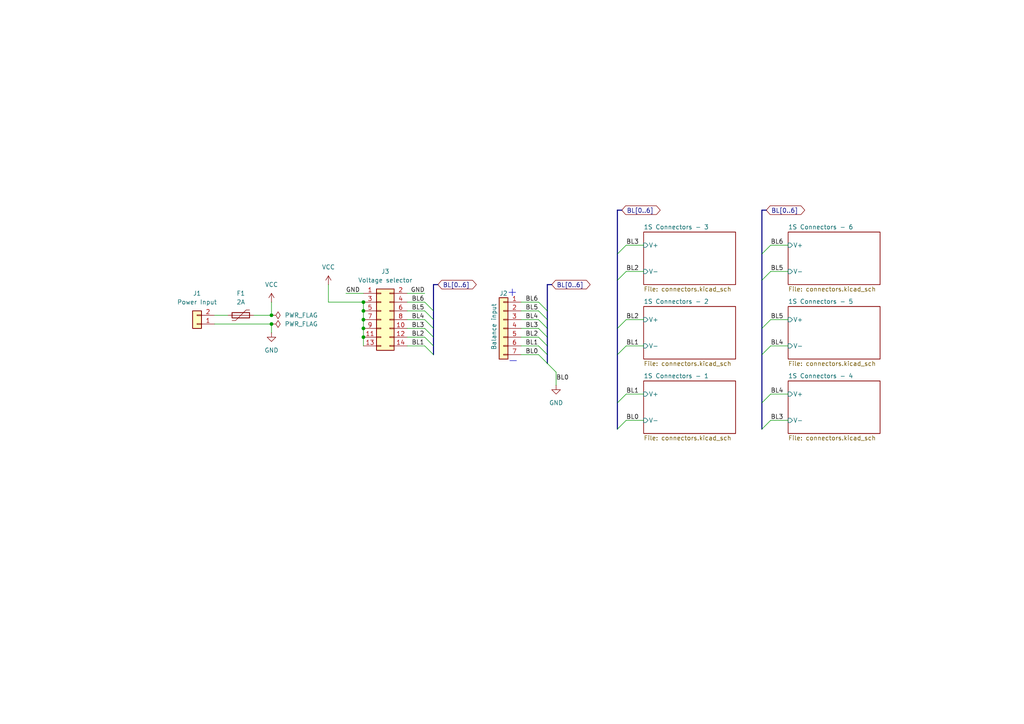
<source format=kicad_sch>
(kicad_sch (version 20250114) (generator "eeschema") (generator_version "9.0")
  (paper "A4")
  (lib_symbols
    (symbol "Connector_Generic:Conn_01x02" (pin_names (offset 1.016) (hide yes))
      (property "Reference" "J" (at 0 2.54 0))
      (property "Value" "Conn_01x02" (at 0 -5.08 0))
      (symbol "Conn_01x02_1_1"
        (rectangle (start -1.27 1.27) (end 1.27 -3.81) (stroke (width 0.254)) (fill (type background)))
        (rectangle (start -1.27 0.127) (end 0 -0.127) (stroke (width 0.1524)))
        (rectangle (start -1.27 -2.413) (end 0 -2.667) (stroke (width 0.1524)))
        (pin passive line (at -5.08 0 0) (length 3.81) (name "Pin_1") (number "1"))
        (pin passive line (at -5.08 -2.54 0) (length 3.81) (name "Pin_2") (number "2"))
      )
    )
    (symbol "Connector_Generic:Conn_01x07" (pin_names (offset 1.016) (hide yes))
      (property "Reference" "J" (at 0 10.16 0))
      (property "Value" "Conn_01x07" (at 0 -10.16 0))
      (symbol "Conn_01x07_1_1"
        (rectangle (start -1.27 8.89) (end 1.27 -8.89) (stroke (width 0.254)) (fill (type background)))
        (rectangle (start -1.27 7.747) (end 0 7.493) (stroke (width 0.1524)))
        (rectangle (start -1.27 5.207) (end 0 4.953) (stroke (width 0.1524)))
        (rectangle (start -1.27 2.667) (end 0 2.413) (stroke (width 0.1524)))
        (rectangle (start -1.27 0.127) (end 0 -0.127) (stroke (width 0.1524)))
        (rectangle (start -1.27 -2.413) (end 0 -2.667) (stroke (width 0.1524)))
        (rectangle (start -1.27 -4.953) (end 0 -5.207) (stroke (width 0.1524)))
        (rectangle (start -1.27 -7.493) (end 0 -7.747) (stroke (width 0.1524)))
        (pin passive line (at -5.08 7.62 0) (length 3.81) (name "Pin_1") (number "1"))
        (pin passive line (at -5.08 5.08 0) (length 3.81) (name "Pin_2") (number "2"))
        (pin passive line (at -5.08 2.54 0) (length 3.81) (name "Pin_3") (number "3"))
        (pin passive line (at -5.08 0 0) (length 3.81) (name "Pin_4") (number "4"))
        (pin passive line (at -5.08 -2.54 0) (length 3.81) (name "Pin_5") (number "5"))
        (pin passive line (at -5.08 -5.08 0) (length 3.81) (name "Pin_6") (number "6"))
        (pin passive line (at -5.08 -7.62 0) (length 3.81) (name "Pin_7") (number "7"))
      )
    )
    (symbol "Connector_Generic:Conn_02x07_Odd_Even" (pin_names (offset 1.016) (hide yes))
      (property "Reference" "J" (at 1.27 10.16 0))
      (property "Value" "Conn_02x07_Odd_Even" (at 1.27 -10.16 0))
      (symbol "Conn_02x07_Odd_Even_1_1"
        (rectangle (start -1.27 8.89) (end 3.81 -8.89) (stroke (width 0.254)) (fill (type background)))
        (rectangle (start -1.27 7.747) (end 0 7.493) (stroke (width 0.1524)))
        (rectangle (start -1.27 5.207) (end 0 4.953) (stroke (width 0.1524)))
        (rectangle (start -1.27 2.667) (end 0 2.413) (stroke (width 0.1524)))
        (rectangle (start -1.27 0.127) (end 0 -0.127) (stroke (width 0.1524)))
        (rectangle (start -1.27 -2.413) (end 0 -2.667) (stroke (width 0.1524)))
        (rectangle (start -1.27 -4.953) (end 0 -5.207) (stroke (width 0.1524)))
        (rectangle (start -1.27 -7.493) (end 0 -7.747) (stroke (width 0.1524)))
        (rectangle (start 3.81 7.747) (end 2.54 7.493) (stroke (width 0.1524)))
        (rectangle (start 3.81 5.207) (end 2.54 4.953) (stroke (width 0.1524)))
        (rectangle (start 3.81 2.667) (end 2.54 2.413) (stroke (width 0.1524)))
        (rectangle (start 3.81 0.127) (end 2.54 -0.127) (stroke (width 0.1524)))
        (rectangle (start 3.81 -2.413) (end 2.54 -2.667) (stroke (width 0.1524)))
        (rectangle (start 3.81 -4.953) (end 2.54 -5.207) (stroke (width 0.1524)))
        (rectangle (start 3.81 -7.493) (end 2.54 -7.747) (stroke (width 0.1524)))
        (pin passive line (at -5.08 7.62 0) (length 3.81) (name "Pin_1") (number "1"))
        (pin passive line (at -5.08 5.08 0) (length 3.81) (name "Pin_3") (number "3"))
        (pin passive line (at -5.08 2.54 0) (length 3.81) (name "Pin_5") (number "5"))
        (pin passive line (at -5.08 0 0) (length 3.81) (name "Pin_7") (number "7"))
        (pin passive line (at -5.08 -2.54 0) (length 3.81) (name "Pin_9") (number "9"))
        (pin passive line (at -5.08 -5.08 0) (length 3.81) (name "Pin_11") (number "11"))
        (pin passive line (at -5.08 -7.62 0) (length 3.81) (name "Pin_13") (number "13"))
        (pin passive line (at 7.62 7.62 180) (length 3.81) (name "Pin_2") (number "2"))
        (pin passive line (at 7.62 5.08 180) (length 3.81) (name "Pin_4") (number "4"))
        (pin passive line (at 7.62 2.54 180) (length 3.81) (name "Pin_6") (number "6"))
        (pin passive line (at 7.62 0 180) (length 3.81) (name "Pin_8") (number "8"))
        (pin passive line (at 7.62 -2.54 180) (length 3.81) (name "Pin_10") (number "10"))
        (pin passive line (at 7.62 -5.08 180) (length 3.81) (name "Pin_12") (number "12"))
        (pin passive line (at 7.62 -7.62 180) (length 3.81) (name "Pin_14") (number "14"))
      )
    )
    (symbol "Device:Polyfuse" (pin_numbers (hide yes)) (pin_names (offset 0))
      (property "Reference" "F" (at -2.54 0 90))
      (property "Value" "Polyfuse" (at 2.54 0 90))
      (symbol "Polyfuse_0_1"
        (polyline (pts (xy -1.524 2.54) (xy -1.524 1.524) (xy 1.524 -1.524) (xy 1.524 -2.54)))
        (rectangle (start -0.762 2.54) (end 0.762 -2.54) (stroke (width 0.254)))
        (polyline (pts (xy 0 2.54) (xy 0 -2.54)))
      )
      (symbol "Polyfuse_1_1"
        (pin passive line (at 0 3.81 270) (length 1.27) (name "~") (number "1"))
        (pin passive line (at 0 -3.81 90) (length 1.27) (name "~") (number "2"))
      )
    )
    (symbol "power:GND" (power) (pin_numbers (hide yes)) (pin_names (offset 0) (hide yes))
      (property "Value" "GND" (at 0 -3.81 0))
      (symbol "GND_0_1"
        (polyline (pts (xy 0 0) (xy 0 -1.27) (xy 1.27 -1.27) (xy 0 -2.54) (xy -1.27 -1.27) (xy 0 -1.27)))
      )
      (symbol "GND_1_1"
        (pin power_in line (at 0 0 270) (length 0) (name "~") (number "1"))
      )
    )
    (symbol "power:PWR_FLAG" (power) (pin_numbers (hide yes)) (pin_names (offset 0) (hide yes))
      (property "Value" "PWR_FLAG" (at 0 3.81 0))
      (symbol "PWR_FLAG_0_0"
        (pin power_out line (at 0 0 90) (length 0) (name "~") (number "1"))
      )
      (symbol "PWR_FLAG_0_1"
        (polyline (pts (xy 0 0) (xy 0 1.27) (xy -1.016 1.905) (xy 0 2.54) (xy 1.016 1.905) (xy 0 1.27)))
      )
    )
    (symbol "power:VCC" (power) (pin_numbers (hide yes)) (pin_names (offset 0) (hide yes))
      (property "Value" "VCC" (at 0 3.556 0))
      (symbol "VCC_0_1"
        (polyline (pts (xy -0.762 1.27) (xy 0 2.54)))
        (polyline (pts (xy 0 2.54) (xy 0.762 1.27)))
        (polyline (pts (xy 0 0) (xy 0 2.54)))
      )
      (symbol "VCC_1_1"
        (pin power_in line (at 0 0 90) (length 0) (name "~") (number "1"))
      )
    )
  )
  (text "+" (at 148.59 84.836 0) (effects (font (size 2.54 2.54))))
  (text "-" (at 148.844 104.648 0) (effects (font (size 2.54 2.54))))
  (junction (at 105.41 87.63))
  (junction (at 105.41 90.17))
  (junction (at 78.74 93.98))
  (junction (at 105.41 97.79))
  (junction (at 105.41 95.25))
  (junction (at 78.74 91.44))
  (junction (at 105.41 92.71))
  (bus_entry (at 123.19 100.33) (size 2.54 2.54))
  (bus_entry (at 179.07 116.84) (size 2.54 -2.54))
  (bus_entry (at 156.21 97.79) (size 2.54 2.54))
  (bus_entry (at 179.07 81.28) (size 2.54 -2.54))
  (bus_entry (at 156.21 92.71) (size 2.54 2.54))
  (bus_entry (at 220.98 116.84) (size 2.54 -2.54))
  (bus_entry (at 123.19 87.63) (size 2.54 2.54))
  (bus_entry (at 220.98 95.25) (size 2.54 -2.54))
  (bus_entry (at 123.19 92.71) (size 2.54 2.54))
  (bus_entry (at 179.07 95.25) (size 2.54 -2.54))
  (bus_entry (at 220.98 124.46) (size 2.54 -2.54))
  (bus_entry (at 220.98 73.66) (size 2.54 -2.54))
  (bus_entry (at 220.98 102.87) (size 2.54 -2.54))
  (bus_entry (at 179.07 102.87) (size 2.54 -2.54))
  (bus_entry (at 179.07 73.66) (size 2.54 -2.54))
  (bus_entry (at 156.21 102.87) (size 2.54 2.54))
  (bus_entry (at 156.21 87.63) (size 2.54 2.54))
  (bus_entry (at 220.98 81.28) (size 2.54 -2.54))
  (bus_entry (at 156.21 95.25) (size 2.54 2.54))
  (bus_entry (at 123.19 97.79) (size 2.54 2.54))
  (bus_entry (at 179.07 124.46) (size 2.54 -2.54))
  (bus_entry (at 156.21 90.17) (size 2.54 2.54))
  (bus_entry (at 123.19 95.25) (size 2.54 2.54))
  (bus_entry (at 156.21 100.33) (size 2.54 2.54))
  (bus_entry (at 158.75 105.41) (size 2.54 2.54))
  (bus_entry (at 123.19 90.17) (size 2.54 2.54))
  (wire (pts (xy 151.13 100.33) (xy 156.21 100.33)))
  (wire (pts (xy 95.25 87.63) (xy 105.41 87.63)))
  (bus (pts (xy 158.75 100.33) (xy 158.75 102.87)))
  (wire (pts (xy 151.13 90.17) (xy 156.21 90.17)))
  (bus (pts (xy 220.98 81.28) (xy 220.98 95.25)))
  (wire (pts (xy 73.66 91.44) (xy 78.74 91.44)))
  (bus (pts (xy 179.07 60.96) (xy 180.34 60.96)))
  (bus (pts (xy 220.98 116.84) (xy 220.98 124.46)))
  (wire (pts (xy 181.61 92.71) (xy 186.69 92.71)))
  (bus (pts (xy 158.75 82.55) (xy 158.75 90.17)))
  (wire (pts (xy 151.13 95.25) (xy 156.21 95.25)))
  (wire (pts (xy 223.52 121.92) (xy 228.6 121.92)))
  (bus (pts (xy 179.07 102.87) (xy 179.07 116.84)))
  (bus (pts (xy 125.73 100.33) (xy 125.73 102.87)))
  (wire (pts (xy 62.23 93.98) (xy 78.74 93.98)))
  (bus (pts (xy 179.07 95.25) (xy 179.07 102.87)))
  (wire (pts (xy 105.41 95.25) (xy 105.41 97.79)))
  (bus (pts (xy 220.98 73.66) (xy 220.98 81.28)))
  (wire (pts (xy 118.11 97.79) (xy 123.19 97.79)))
  (wire (pts (xy 151.13 92.71) (xy 156.21 92.71)))
  (wire (pts (xy 100.33 85.09) (xy 105.41 85.09)))
  (bus (pts (xy 179.07 60.96) (xy 179.07 73.66)))
  (wire (pts (xy 223.52 114.3) (xy 228.6 114.3)))
  (wire (pts (xy 151.13 102.87) (xy 156.21 102.87)))
  (wire (pts (xy 223.52 100.33) (xy 228.6 100.33)))
  (wire (pts (xy 105.41 90.17) (xy 105.41 92.71)))
  (bus (pts (xy 158.75 82.55) (xy 160.02 82.55)))
  (bus (pts (xy 158.75 95.25) (xy 158.75 97.79)))
  (wire (pts (xy 181.61 100.33) (xy 186.69 100.33)))
  (wire (pts (xy 78.74 93.98) (xy 78.74 96.52)))
  (wire (pts (xy 151.13 87.63) (xy 156.21 87.63)))
  (bus (pts (xy 125.73 92.71) (xy 125.73 95.25)))
  (bus (pts (xy 125.73 82.55) (xy 125.73 90.17)))
  (bus (pts (xy 220.98 60.96) (xy 220.98 73.66)))
  (wire (pts (xy 123.19 85.09) (xy 118.11 85.09)))
  (wire (pts (xy 118.11 90.17) (xy 123.19 90.17)))
  (wire (pts (xy 62.23 91.44) (xy 66.04 91.44)))
  (wire (pts (xy 118.11 95.25) (xy 123.19 95.25)))
  (wire (pts (xy 223.52 78.74) (xy 228.6 78.74)))
  (wire (pts (xy 118.11 92.71) (xy 123.19 92.71)))
  (wire (pts (xy 223.52 71.12) (xy 228.6 71.12)))
  (bus (pts (xy 125.73 95.25) (xy 125.73 97.79)))
  (bus (pts (xy 220.98 60.96) (xy 222.25 60.96)))
  (wire (pts (xy 105.41 97.79) (xy 105.41 100.33)))
  (wire (pts (xy 181.61 78.74) (xy 186.69 78.74)))
  (bus (pts (xy 179.07 116.84) (xy 179.07 124.46)))
  (bus (pts (xy 179.07 81.28) (xy 179.07 95.25)))
  (wire (pts (xy 78.74 91.44) (xy 78.74 87.63)))
  (bus (pts (xy 158.75 90.17) (xy 158.75 92.71)))
  (wire (pts (xy 118.11 87.63) (xy 123.19 87.63)))
  (wire (pts (xy 118.11 100.33) (xy 123.19 100.33)))
  (wire (pts (xy 161.29 107.95) (xy 161.29 111.76)))
  (wire (pts (xy 105.41 92.71) (xy 105.41 95.25)))
  (wire (pts (xy 105.41 87.63) (xy 105.41 90.17)))
  (bus (pts (xy 179.07 73.66) (xy 179.07 81.28)))
  (wire (pts (xy 181.61 121.92) (xy 186.69 121.92)))
  (wire (pts (xy 223.52 92.71) (xy 228.6 92.71)))
  (bus (pts (xy 158.75 92.71) (xy 158.75 95.25)))
  (bus (pts (xy 220.98 95.25) (xy 220.98 102.87)))
  (bus (pts (xy 125.73 97.79) (xy 125.73 100.33)))
  (bus (pts (xy 125.73 82.55) (xy 127 82.55)))
  (wire (pts (xy 151.13 97.79) (xy 156.21 97.79)))
  (bus (pts (xy 220.98 102.87) (xy 220.98 116.84)))
  (bus (pts (xy 158.75 97.79) (xy 158.75 100.33)))
  (wire (pts (xy 181.61 114.3) (xy 186.69 114.3)))
  (bus (pts (xy 125.73 90.17) (xy 125.73 92.71)))
  (bus (pts (xy 158.75 102.87) (xy 158.75 105.41)))
  (wire (pts (xy 95.25 82.55) (xy 95.25 87.63)))
  (wire (pts (xy 181.61 71.12) (xy 186.69 71.12)))
  (label "GND" (at 100.33 85.09 0))
  (label "BL4" (at 119.38 92.71 0))
  (label "BL2" (at 119.38 97.79 0))
  (label "BL2" (at 181.61 78.74 0))
  (label "BL5" (at 223.52 92.71 0))
  (label "BL5" (at 152.4 90.17 0))
  (label "BL2" (at 181.61 92.71 0))
  (label "BL0" (at 152.4 102.87 0))
  (label "BL4" (at 223.52 100.33 0))
  (label "BL3" (at 181.61 71.12 0))
  (label "BL6" (at 119.38 87.63 0))
  (label "BL3" (at 152.4 95.25 0))
  (label "BL0" (at 161.29 110.49 0))
  (label "BL2" (at 152.4 97.79 0))
  (label "BL6" (at 223.52 71.12 0))
  (label "BL1" (at 181.61 100.33 0))
  (label "BL0" (at 181.61 121.92 0))
  (label "BL5" (at 223.52 78.74 0))
  (label "BL4" (at 223.52 114.3 0))
  (label "BL1" (at 152.4 100.33 0))
  (label "BL5" (at 119.38 90.17 0))
  (label "BL3" (at 223.52 121.92 0))
  (label "BL3" (at 119.38 95.25 0))
  (label "BL1" (at 181.61 114.3 0))
  (label "BL4" (at 152.4 92.71 0))
  (label "BL1" (at 119.38 100.33 0))
  (label "GND" (at 123.19 85.09 180))
  (label "BL6" (at 152.4 87.63 0))
  (global_label "BL[0..6]" (shape bidirectional) (at 127 82.55 0) (property "Intersheetrefs" "${INTERSHEET_REFS}" (effects (hide yes))))
  (global_label "BL[0..6]" (shape bidirectional) (at 222.25 60.96 0) (property "Intersheetrefs" "${INTERSHEET_REFS}" (effects (hide yes))))
  (global_label "BL[0..6]" (shape bidirectional) (at 160.02 82.55 0) (property "Intersheetrefs" "${INTERSHEET_REFS}" (effects (hide yes))))
  (global_label "BL[0..6]" (shape bidirectional) (at 180.34 60.96 0) (property "Intersheetrefs" "${INTERSHEET_REFS}" (effects (hide yes))))
  (symbol (lib_id "power:GND") (at 78.74 96.52 0) (unit 1)
    (property "Reference" "#PWR01" (effects (hide yes)))
    (property "Value" "GND" (at 78.74 101.6 0))
    (property "Description" "Power symbol creates a global label with name \"GND\" , ground" (effects (hide yes)))
  )
  (symbol (lib_id "Connector_Generic:Conn_01x07") (at 146.05 95.25 0) (mirror y) (unit 1)
    (property "Reference" "J2" (at 146.05 85.09 0))
    (property "Value" "Balance input" (at 143.256 94.742 90))
    (property "Footprint" "Connector_JST:JST_XH_B7B-XH-A_1x07_P2.50mm_Vertical" (effects (hide yes)))
    (property "Description" "Generic connector, single row, 01x07, script generated (kicad-library-utils/schlib/autogen/connector/)" (effects (hide yes)))
    (property "LCSC" "C144398" (effects (hide yes)))
  )
  (symbol (lib_id "power:VCC") (at 95.25 82.55 0) (unit 1)
    (property "Reference" "#PWR04" (effects (hide yes)))
    (property "Value" "VCC" (at 95.25 77.47 0))
    (property "Description" "Power symbol creates a global label with name \"VCC\"" (effects (hide yes)))
  )
  (symbol (lib_id "power:GND") (at 161.29 111.76 0) (unit 1)
    (property "Reference" "#PWR03" (effects (hide yes)))
    (property "Value" "GND" (at 161.29 116.84 0))
    (property "Description" "Power symbol creates a global label with name \"GND\" , ground" (effects (hide yes)))
  )
  (symbol (lib_id "power:PWR_FLAG") (at 78.74 93.98 270) (unit 1)
    (property "Reference" "#FLG02" (effects (hide yes)))
    (property "Value" "PWR_FLAG" (at 82.55 93.9799 90) (effects (justify left)))
    (property "Description" "Special symbol for telling ERC where power comes from" (effects (hide yes)))
  )
  (symbol (lib_id "Connector_Generic:Conn_01x02") (at 57.15 93.98 180) (unit 1)
    (property "Reference" "J1" (at 57.15 85.09 0))
    (property "Value" "Power Input" (at 57.15 87.63 0))
    (property "Footprint" "Connector_AMASS:AMASS_XT60PW-M_1x02_P7.20mm_Horizontal" (effects (hide yes)))
    (property "Description" "Generic connector, single row, 01x02, script generated (kicad-library-utils/schlib/autogen/connector/)" (effects (hide yes)))
    (property "LCSC" "C98732" (effects (hide yes)))
  )
  (symbol (lib_id "power:PWR_FLAG") (at 78.74 91.44 270) (unit 1)
    (property "Reference" "#FLG01" (effects (hide yes)))
    (property "Value" "PWR_FLAG" (at 82.55 91.4399 90) (effects (justify left)))
    (property "Description" "Special symbol for telling ERC where power comes from" (effects (hide yes)))
  )
  (symbol (lib_id "Connector_Generic:Conn_02x07_Odd_Even") (at 110.49 92.71 0) (unit 1)
    (property "Reference" "J3" (at 111.76 78.74 0))
    (property "Value" "Voltage selector" (at 111.76 81.28 0))
    (property "Footprint" "Connector_PinHeader_2.54mm:PinHeader_2x07_P2.54mm_Vertical" (effects (hide yes)))
    (property "Description" "Generic connector, double row, 02x07, odd/even pin numbering scheme (row 1 odd numbers, row 2 even numbers), script generated (kicad-library-utils/schlib/autogen/connector/)" (effects (hide yes)))
    (property "LCSC" "C2897408" (effects (hide yes)))
  )
  (symbol (lib_id "power:VCC") (at 78.74 87.63 0) (unit 1)
    (property "Reference" "#PWR02" (effects (hide yes)))
    (property "Value" "VCC" (at 78.74 82.55 0))
    (property "Description" "Power symbol creates a global label with name \"VCC\"" (effects (hide yes)))
  )
  (symbol (lib_id "Device:Polyfuse") (at 69.85 91.44 90) (unit 1)
    (property "Reference" "F1" (at 69.85 85.09 90))
    (property "Value" "2A" (at 69.85 87.63 90))
    (property "Footprint" "Fuse:Fuse_1812_4532Metric_Pad1.30x3.40mm_HandSolder" (effects (hide yes)))
    (property "Description" "Resettable fuse, polymeric positive temperature coefficient" (effects (hide yes)))
    (property "LCSC" "C960026" (effects (hide yes)))
  )
  (sheet (at 228.6 88.9) (size 26.67 15.24) (stroke (width 0.1524))
    (property "Sheetname" "1S Connectors - 5" (at 228.6 88.1884 0) (effects (justify left bottom)))
    (property "Sheetfile" "connectors.kicad_sch" (at 228.6 104.7246 0) (effects (justify left top)))
    (pin "V+" input (at 228.6 92.71 180))
    (pin "V-" input (at 228.6 100.33 180))
  )
  (sheet (at 228.6 110.49) (size 26.67 15.24) (stroke (width 0.1524))
    (property "Sheetname" "1S Connectors - 4" (at 228.6 109.7784 0) (effects (justify left bottom)))
    (property "Sheetfile" "connectors.kicad_sch" (at 228.6 126.3146 0) (effects (justify left top)))
    (pin "V+" input (at 228.6 114.3 180))
    (pin "V-" input (at 228.6 121.92 180))
  )
  (sheet (at 186.69 67.31) (size 26.67 15.24) (stroke (width 0.1524))
    (property "Sheetname" "1S Connectors - 3" (at 186.69 66.5984 0) (effects (justify left bottom)))
    (property "Sheetfile" "connectors.kicad_sch" (at 186.69 83.1346 0) (effects (justify left top)))
    (pin "V+" input (at 186.69 71.12 180))
    (pin "V-" input (at 186.69 78.74 180))
  )
  (sheet (at 186.69 110.49) (size 26.67 15.24) (stroke (width 0.1524))
    (property "Sheetname" "1S Connectors - 1" (at 186.69 109.7784 0) (effects (justify left bottom)))
    (property "Sheetfile" "connectors.kicad_sch" (at 186.69 126.3146 0) (effects (justify left top)))
    (pin "V+" input (at 186.69 114.3 180))
    (pin "V-" input (at 186.69 121.92 180))
  )
  (sheet (at 228.6 67.31) (size 26.67 15.24) (stroke (width 0.1524))
    (property "Sheetname" "1S Connectors - 6" (at 228.6 66.5984 0) (effects (justify left bottom)))
    (property "Sheetfile" "connectors.kicad_sch" (at 228.6 83.1346 0) (effects (justify left top)))
    (pin "V+" input (at 228.6 71.12 180))
    (pin "V-" input (at 228.6 78.74 180))
  )
  (sheet (at 186.69 88.9) (size 26.67 15.24) (stroke (width 0.1524))
    (property "Sheetname" "1S Connectors - 2" (at 186.69 88.1884 0) (effects (justify left bottom)))
    (property "Sheetfile" "connectors.kicad_sch" (at 186.69 104.7246 0) (effects (justify left top)))
    (pin "V+" input (at 186.69 92.71 180))
    (pin "V-" input (at 186.69 100.33 180))
  )
)
</source>
